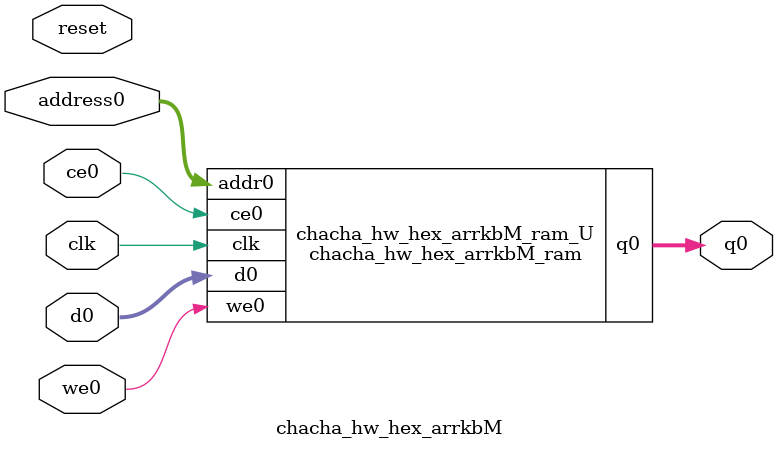
<source format=v>
`timescale 1 ns / 1 ps
module chacha_hw_hex_arrkbM_ram (addr0, ce0, d0, we0, q0,  clk);

parameter DWIDTH = 8;
parameter AWIDTH = 3;
parameter MEM_SIZE = 8;

input[AWIDTH-1:0] addr0;
input ce0;
input[DWIDTH-1:0] d0;
input we0;
output reg[DWIDTH-1:0] q0;
input clk;

(* ram_style = "distributed" *)reg [DWIDTH-1:0] ram[0:MEM_SIZE-1];




always @(posedge clk)  
begin 
    if (ce0) 
    begin
        if (we0) 
        begin 
            ram[addr0] <= d0; 
        end 
        q0 <= ram[addr0];
    end
end


endmodule

`timescale 1 ns / 1 ps
module chacha_hw_hex_arrkbM(
    reset,
    clk,
    address0,
    ce0,
    we0,
    d0,
    q0);

parameter DataWidth = 32'd8;
parameter AddressRange = 32'd8;
parameter AddressWidth = 32'd3;
input reset;
input clk;
input[AddressWidth - 1:0] address0;
input ce0;
input we0;
input[DataWidth - 1:0] d0;
output[DataWidth - 1:0] q0;



chacha_hw_hex_arrkbM_ram chacha_hw_hex_arrkbM_ram_U(
    .clk( clk ),
    .addr0( address0 ),
    .ce0( ce0 ),
    .we0( we0 ),
    .d0( d0 ),
    .q0( q0 ));

endmodule


</source>
